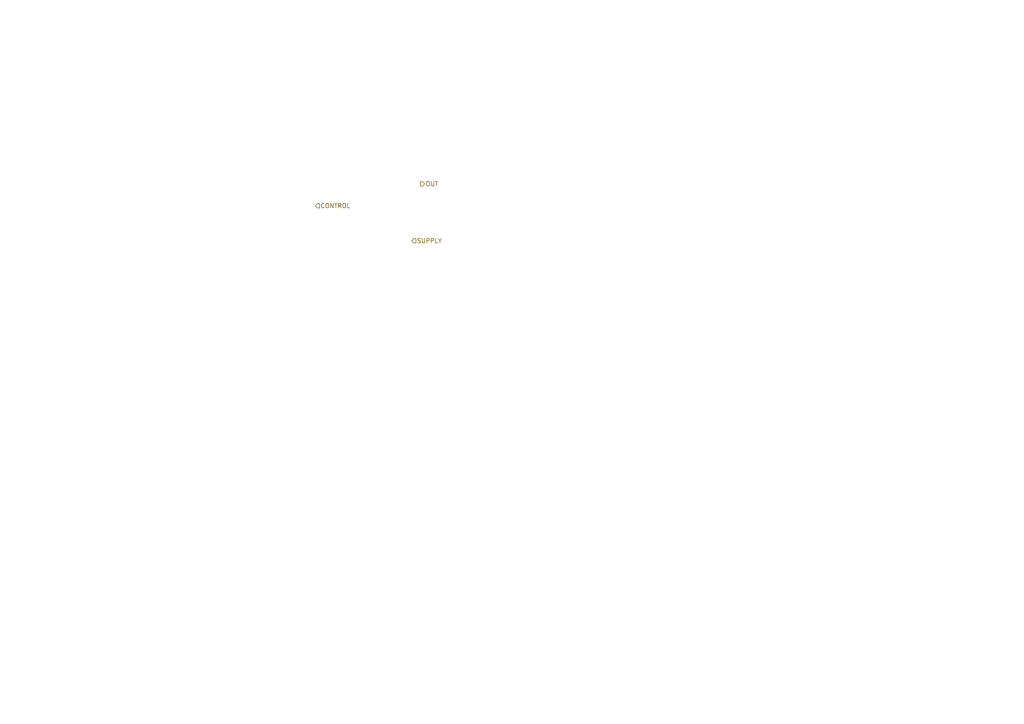
<source format=kicad_sch>
(kicad_sch
	(version 20231120)
	(generator "eeschema")
	(generator_version "8.0")
	(uuid "e685ee03-c8f8-48c9-a554-e142dfde2413")
	(paper "A4")
	(lib_symbols)
	(hierarchical_label "OUT"
		(shape output)
		(at 121.92 53.34 0)
		(fields_autoplaced yes)
		(effects
			(font
				(size 1.27 1.27)
			)
			(justify left)
		)
		(uuid "13217497-2af1-432d-b865-1eb170bb8d5a")
	)
	(hierarchical_label "SUPPLY"
		(shape input)
		(at 119.38 69.85 0)
		(fields_autoplaced yes)
		(effects
			(font
				(size 1.27 1.27)
			)
			(justify left)
		)
		(uuid "e0cd38c1-be4f-4658-a5ce-33275b25a1f5")
	)
	(hierarchical_label "CONTROL"
		(shape input)
		(at 91.44 59.69 0)
		(fields_autoplaced yes)
		(effects
			(font
				(size 1.27 1.27)
			)
			(justify left)
		)
		(uuid "e93123cf-721a-4a79-a470-89b13cc82109")
	)
)

</source>
